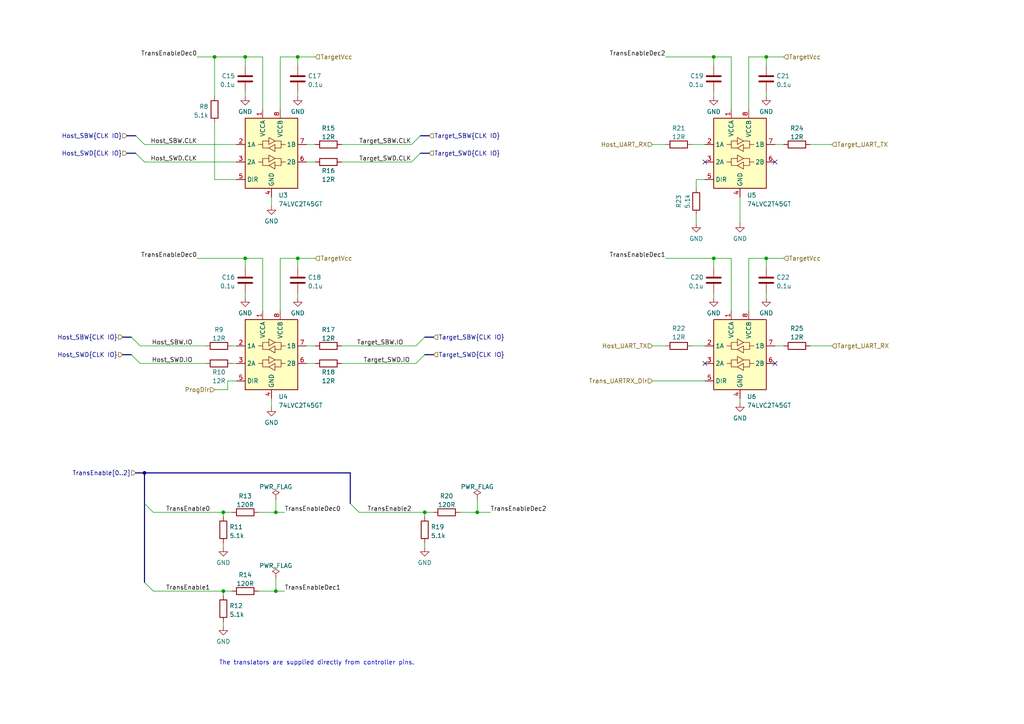
<source format=kicad_sch>
(kicad_sch (version 20211123) (generator eeschema)
  (paper "A4")
  (lib_symbols
    (symbol "Device:C" (pin_numbers hide) (pin_names (offset 0.254))
      (property "Reference" "C" (at 0.635 2.54 0))
      (property "Value" "C" (at 0.635 -2.54 0))
      (symbol "C_0_1"
        (polyline (pts (xy -2.032 -0.762) (xy 2.032 -0.762)) (stroke (width 0.508)))
        (polyline (pts (xy -2.032 0.762) (xy 2.032 0.762)) (stroke (width 0.508)))
      )
      (symbol "C_1_1"
        (pin passive line (at 0 3.81 270) (length 2.794) (name "~") (number "1"))
        (pin passive line (at 0 -3.81 90) (length 2.794) (name "~") (number "2"))
      )
    )
    (symbol "Device:R" (pin_numbers hide) (pin_names (offset 0))
      (property "Reference" "R" (at 2.032 0 90))
      (property "Value" "R" (at 0 0 90))
      (symbol "R_0_1"
        (rectangle (start -1.016 -2.54) (end 1.016 2.54) (stroke (width 0.254)))
      )
      (symbol "R_1_1"
        (pin passive line (at 0 3.81 270) (length 1.27) (name "~") (number "1"))
        (pin passive line (at 0 -3.81 90) (length 1.27) (name "~") (number "2"))
      )
    )
    (symbol "power:GND" (power) (pin_names (offset 0))
      (property "Value" "GND" (at 0 -3.81 0))
      (symbol "GND_0_1"
        (polyline (pts (xy 0 0) (xy 0 -1.27) (xy 1.27 -1.27) (xy 0 -2.54) (xy -1.27 -1.27) (xy 0 -1.27)))
      )
      (symbol "GND_1_1"
        (pin power_in line (at 0 0 270) (length 0) hide (name "GND") (number "1"))
      )
    )
    (symbol "power:PWR_FLAG" (power) (pin_numbers hide) (pin_names (offset 0) hide)
      (property "Value" "PWR_FLAG" (at 0 3.81 0))
      (symbol "PWR_FLAG_0_0"
        (pin power_out line (at 0 0 90) (length 0) (name "pwr") (number "1"))
      )
      (symbol "PWR_FLAG_0_1"
        (polyline (pts (xy 0 0) (xy 0 1.27) (xy -1.016 1.905) (xy 0 2.54) (xy 1.016 1.905) (xy 0 1.27)))
      )
    )
    (symbol "riotee:74LVC2T45GT"
      (property "Reference" "U" (at 6.35 -11.43 0))
      (property "Value" "74LVC2T45GT" (at 10.16 11.43 0))
      (symbol "74LVC2T45GT_1_1"
        (rectangle (start -7.62 10.16) (end 7.62 -10.16) (stroke (width 0.254)) (fill (type background)))
        (polyline (pts (xy -2.54 -2.54) (xy -2.54 -1.524) (xy -0.762 -1.524)))
        (polyline (pts (xy -2.54 2.54) (xy -2.54 3.556) (xy -0.762 3.556)))
        (polyline (pts (xy 2.794 -2.54) (xy 2.794 -3.556) (xy 1.016 -3.556)))
        (polyline (pts (xy 2.794 2.54) (xy 2.794 1.524) (xy 1.016 1.524)))
        (polyline (pts (xy -0.762 -3.556) (xy -2.54 -3.556) (xy -2.54 -2.54) (xy -3.81 -2.54)))
        (polyline (pts (xy -0.762 -2.54) (xy -0.762 -0.508) (xy 1.016 -1.524) (xy -0.762 -2.54)))
        (polyline (pts (xy -0.762 1.524) (xy -2.54 1.524) (xy -2.54 2.54) (xy -3.81 2.54)))
        (polyline (pts (xy -0.762 2.54) (xy -0.762 4.572) (xy 1.016 3.556) (xy -0.762 2.54)))
        (polyline (pts (xy 1.016 -1.524) (xy 2.794 -1.524) (xy 2.794 -2.54) (xy 4.064 -2.54)))
        (polyline (pts (xy 1.016 3.556) (xy 2.794 3.556) (xy 2.794 2.54) (xy 4.064 2.54)))
        (polyline (pts (xy 1.016 -2.54) (xy 1.016 -4.318) (xy 1.016 -4.572) (xy -0.762 -3.556) (xy 1.016 -2.54)))
        (polyline (pts (xy 1.016 2.54) (xy 1.016 0.762) (xy 1.016 0.508) (xy -0.762 1.524) (xy 1.016 2.54)))
        (pin power_in line (at -2.54 12.7 270) (length 2.54) (name "VCCA") (number "1"))
        (pin bidirectional line (at -10.16 2.54 0) (length 2.54) (name "1A") (number "2"))
        (pin bidirectional line (at -10.16 -2.54 0) (length 2.54) (name "2A") (number "3"))
        (pin power_in line (at 0 -12.7 90) (length 2.54) (name "GND") (number "4"))
        (pin input line (at -10.16 -7.62 0) (length 2.54) (name "DIR") (number "5"))
        (pin bidirectional line (at 10.16 -2.54 180) (length 2.54) (name "2B") (number "6"))
        (pin bidirectional line (at 10.16 2.54 180) (length 2.54) (name "1B") (number "7"))
        (pin power_in line (at 2.54 12.7 270) (length 2.54) (name "VCCB") (number "8"))
      )
    )
  )
  (junction (at 71.12 16.51))
  (junction (at 80.01 171.45))
  (junction (at 64.77 148.59))
  (junction (at 71.12 74.93))
  (junction (at 80.01 148.59))
  (junction (at 86.36 16.51))
  (junction (at 41.91 137.16))
  (junction (at 64.77 171.45))
  (junction (at 62.23 16.51))
  (junction (at 207.01 16.51))
  (junction (at 207.01 74.93))
  (junction (at 123.19 148.59))
  (junction (at 138.43 148.59))
  (junction (at 222.25 16.51))
  (junction (at 86.36 74.93))
  (junction (at 222.25 74.93))
  (no_connect (at 224.79 105.41))
  (no_connect (at 204.47 46.99))
  (no_connect (at 224.79 46.99))
  (no_connect (at 204.47 105.41))
  (bus_entry (at 39.37 44.45) (size 2.54 2.54))
  (bus_entry (at 38.1 102.87) (size 2.54 2.54))
  (bus_entry (at 121.92 39.37) (size -2.54 2.54))
  (bus_entry (at 39.37 39.37) (size 2.54 2.54))
  (bus_entry (at 123.19 97.79) (size -2.54 2.54))
  (bus_entry (at 101.6 146.05) (size 2.54 2.54))
  (bus_entry (at 41.91 168.91) (size 2.54 2.54))
  (bus_entry (at 123.19 102.87) (size -2.54 2.54))
  (bus_entry (at 41.91 146.05) (size 2.54 2.54))
  (bus_entry (at 38.1 97.79) (size 2.54 2.54))
  (bus_entry (at 121.92 44.45) (size -2.54 2.54))
  (wire (pts (xy 74.93 171.45) (xy 80.01 171.45)))
  (bus (pts (xy 124.46 44.45) (xy 121.92 44.45)))
  (wire (pts (xy 104.14 148.59) (xy 123.19 148.59)))
  (bus (pts (xy 41.91 146.05) (xy 41.91 168.91)))
  (wire (pts (xy 222.25 16.51) (xy 222.25 19.05)))
  (wire (pts (xy 62.23 35.56) (xy 62.23 52.07)))
  (wire (pts (xy 71.12 85.09) (xy 71.12 86.36)))
  (wire (pts (xy 193.04 16.51) (xy 207.01 16.51)))
  (wire (pts (xy 80.01 171.45) (xy 82.55 171.45)))
  (wire (pts (xy 200.66 41.91) (xy 204.47 41.91)))
  (wire (pts (xy 133.35 148.59) (xy 138.43 148.59)))
  (wire (pts (xy 76.2 16.51) (xy 76.2 31.75)))
  (wire (pts (xy 222.25 85.09) (xy 222.25 86.36)))
  (wire (pts (xy 71.12 74.93) (xy 71.12 77.47)))
  (wire (pts (xy 212.09 74.93) (xy 207.01 74.93)))
  (wire (pts (xy 57.15 74.93) (xy 71.12 74.93)))
  (wire (pts (xy 74.93 148.59) (xy 80.01 148.59)))
  (wire (pts (xy 71.12 16.51) (xy 71.12 19.05)))
  (wire (pts (xy 76.2 74.93) (xy 71.12 74.93)))
  (wire (pts (xy 224.79 100.33) (xy 227.33 100.33)))
  (bus (pts (xy 41.91 137.16) (xy 41.91 146.05)))
  (wire (pts (xy 138.43 144.78) (xy 138.43 148.59)))
  (wire (pts (xy 99.06 41.91) (xy 119.38 41.91)))
  (wire (pts (xy 67.31 100.33) (xy 68.58 100.33)))
  (wire (pts (xy 193.04 74.93) (xy 207.01 74.93)))
  (wire (pts (xy 88.9 46.99) (xy 91.44 46.99)))
  (wire (pts (xy 222.25 26.67) (xy 222.25 27.94)))
  (wire (pts (xy 86.36 85.09) (xy 86.36 86.36)))
  (wire (pts (xy 99.06 46.99) (xy 119.38 46.99)))
  (wire (pts (xy 64.77 171.45) (xy 64.77 172.72)))
  (wire (pts (xy 234.95 41.91) (xy 241.3 41.91)))
  (wire (pts (xy 67.31 148.59) (xy 64.77 148.59)))
  (wire (pts (xy 201.93 64.77) (xy 201.93 62.23)))
  (bus (pts (xy 124.46 39.37) (xy 121.92 39.37)))
  (wire (pts (xy 234.95 100.33) (xy 241.3 100.33)))
  (bus (pts (xy 101.6 137.16) (xy 101.6 146.05)))
  (wire (pts (xy 207.01 85.09) (xy 207.01 86.36)))
  (wire (pts (xy 66.04 110.49) (xy 68.58 110.49)))
  (wire (pts (xy 86.36 74.93) (xy 91.44 74.93)))
  (wire (pts (xy 138.43 148.59) (xy 142.24 148.59)))
  (wire (pts (xy 217.17 74.93) (xy 222.25 74.93)))
  (bus (pts (xy 36.83 39.37) (xy 39.37 39.37)))
  (wire (pts (xy 88.9 100.33) (xy 91.44 100.33)))
  (wire (pts (xy 76.2 74.93) (xy 76.2 90.17)))
  (wire (pts (xy 81.28 16.51) (xy 81.28 31.75)))
  (wire (pts (xy 44.45 148.59) (xy 64.77 148.59)))
  (wire (pts (xy 217.17 16.51) (xy 222.25 16.51)))
  (wire (pts (xy 222.25 74.93) (xy 222.25 77.47)))
  (wire (pts (xy 86.36 26.67) (xy 86.36 27.94)))
  (wire (pts (xy 207.01 26.67) (xy 207.01 27.94)))
  (wire (pts (xy 207.01 74.93) (xy 207.01 77.47)))
  (wire (pts (xy 99.06 105.41) (xy 120.65 105.41)))
  (wire (pts (xy 80.01 167.64) (xy 80.01 171.45)))
  (wire (pts (xy 62.23 16.51) (xy 62.23 27.94)))
  (wire (pts (xy 200.66 100.33) (xy 204.47 100.33)))
  (wire (pts (xy 189.23 110.49) (xy 204.47 110.49)))
  (wire (pts (xy 123.19 157.48) (xy 123.19 158.75)))
  (bus (pts (xy 35.56 102.87) (xy 38.1 102.87)))
  (wire (pts (xy 78.74 57.15) (xy 78.74 59.69)))
  (wire (pts (xy 214.63 57.15) (xy 214.63 64.77)))
  (wire (pts (xy 189.23 100.33) (xy 193.04 100.33)))
  (wire (pts (xy 66.04 113.03) (xy 66.04 110.49)))
  (wire (pts (xy 189.23 41.91) (xy 193.04 41.91)))
  (wire (pts (xy 76.2 16.51) (xy 71.12 16.51)))
  (wire (pts (xy 62.23 16.51) (xy 71.12 16.51)))
  (wire (pts (xy 212.09 16.51) (xy 212.09 31.75)))
  (wire (pts (xy 81.28 74.93) (xy 86.36 74.93)))
  (wire (pts (xy 214.63 115.57) (xy 214.63 116.84)))
  (wire (pts (xy 88.9 105.41) (xy 91.44 105.41)))
  (wire (pts (xy 88.9 41.91) (xy 91.44 41.91)))
  (wire (pts (xy 123.19 148.59) (xy 123.19 149.86)))
  (wire (pts (xy 86.36 16.51) (xy 91.44 16.51)))
  (wire (pts (xy 212.09 16.51) (xy 207.01 16.51)))
  (wire (pts (xy 62.23 113.03) (xy 66.04 113.03)))
  (wire (pts (xy 78.74 115.57) (xy 78.74 118.11)))
  (wire (pts (xy 86.36 16.51) (xy 86.36 19.05)))
  (wire (pts (xy 224.79 41.91) (xy 227.33 41.91)))
  (wire (pts (xy 125.73 148.59) (xy 123.19 148.59)))
  (wire (pts (xy 86.36 74.93) (xy 86.36 77.47)))
  (bus (pts (xy 125.73 102.87) (xy 123.19 102.87)))
  (wire (pts (xy 217.17 16.51) (xy 217.17 31.75)))
  (wire (pts (xy 80.01 144.78) (xy 80.01 148.59)))
  (wire (pts (xy 222.25 16.51) (xy 227.33 16.51)))
  (wire (pts (xy 80.01 148.59) (xy 82.55 148.59)))
  (wire (pts (xy 64.77 180.34) (xy 64.77 181.61)))
  (wire (pts (xy 40.64 105.41) (xy 59.69 105.41)))
  (wire (pts (xy 81.28 74.93) (xy 81.28 90.17)))
  (wire (pts (xy 67.31 105.41) (xy 68.58 105.41)))
  (wire (pts (xy 201.93 52.07) (xy 204.47 52.07)))
  (wire (pts (xy 57.15 16.51) (xy 62.23 16.51)))
  (wire (pts (xy 40.64 100.33) (xy 59.69 100.33)))
  (wire (pts (xy 64.77 148.59) (xy 64.77 149.86)))
  (bus (pts (xy 39.37 137.16) (xy 41.91 137.16)))
  (bus (pts (xy 36.83 44.45) (xy 39.37 44.45)))
  (wire (pts (xy 217.17 74.93) (xy 217.17 90.17)))
  (wire (pts (xy 207.01 16.51) (xy 207.01 19.05)))
  (wire (pts (xy 67.31 171.45) (xy 64.77 171.45)))
  (wire (pts (xy 222.25 74.93) (xy 227.33 74.93)))
  (wire (pts (xy 81.28 16.51) (xy 86.36 16.51)))
  (wire (pts (xy 62.23 52.07) (xy 68.58 52.07)))
  (wire (pts (xy 201.93 54.61) (xy 201.93 52.07)))
  (bus (pts (xy 35.56 97.79) (xy 38.1 97.79)))
  (wire (pts (xy 71.12 26.67) (xy 71.12 27.94)))
  (wire (pts (xy 212.09 74.93) (xy 212.09 90.17)))
  (wire (pts (xy 41.91 46.99) (xy 68.58 46.99)))
  (wire (pts (xy 44.45 171.45) (xy 64.77 171.45)))
  (wire (pts (xy 41.91 41.91) (xy 68.58 41.91)))
  (wire (pts (xy 99.06 100.33) (xy 120.65 100.33)))
  (bus (pts (xy 125.73 97.79) (xy 123.19 97.79)))
  (bus (pts (xy 41.91 137.16) (xy 101.6 137.16)))
  (wire (pts (xy 64.77 157.48) (xy 64.77 158.75)))
  (text "The translators are supplied directly from controller pins." (at 63.5 193.04 0) (effects (font (size 1.27 1.27)) (justify left bottom)))
  (label "TransEnableDec0" (at 57.15 16.51 180))
  (label "TransEnableDec0" (at 57.15 74.93 180))
  (label "TransEnable2" (at 119.38 148.59 180))
  (label "Host_SBW.CLK" (at 57.15 41.91 180))
  (label "Host_SWD.IO" (at 55.88 105.41 180))
  (label "Target_SWD.IO" (at 105.41 105.41 0))
  (label "TransEnableDec1" (at 193.04 74.93 180))
  (label "Target_SBW.CLK" (at 104.14 41.91 0))
  (label "TransEnable0" (at 60.96 148.59 180))
  (label "Target_SBW.IO" (at 103.505 100.33 0))
  (label "Host_SWD.CLK" (at 57.15 46.99 180))
  (label "TransEnableDec0" (at 82.55 148.59 0))
  (label "TransEnable1" (at 60.96 171.45 180))
  (label "TransEnableDec2" (at 193.04 16.51 180))
  (label "TransEnableDec2" (at 142.24 148.59 0))
  (label "Host_SBW.IO" (at 55.88 100.33 180))
  (label "Target_SWD.CLK" (at 104.14 46.99 0))
  (label "TransEnableDec1" (at 82.55 171.45 0))
  (hierarchical_label "Host_UART_RX" (shape input) (at 189.23 41.91 180))
  (hierarchical_label "ProgDir" (shape input) (at 62.23 113.03 180))
  (hierarchical_label "Target_SBW{CLK IO}" (shape input) (at 125.73 97.79 0))
  (hierarchical_label "Target_UART_RX" (shape input) (at 241.3 100.33 0))
  (hierarchical_label "Host_SWD{CLK IO}" (shape input) (at 36.83 44.45 180))
  (hierarchical_label "Trans_UARTRX_Dir" (shape input) (at 189.23 110.49 180))
  (hierarchical_label "TargetVcc" (shape input) (at 227.33 16.51 0))
  (hierarchical_label "TransEnable[0..2]" (shape input) (at 39.37 137.16 180))
  (hierarchical_label "TargetVcc" (shape input) (at 91.44 16.51 0))
  (hierarchical_label "Host_UART_TX" (shape input) (at 189.23 100.33 180))
  (hierarchical_label "Host_SWD{CLK IO}" (shape input) (at 35.56 102.87 180))
  (hierarchical_label "Host_SBW{CLK IO}" (shape input) (at 36.83 39.37 180))
  (hierarchical_label "TargetVcc" (shape input) (at 91.44 74.93 0))
  (hierarchical_label "Target_UART_TX" (shape input) (at 241.3 41.91 0))
  (hierarchical_label "Target_SBW{CLK IO}" (shape input) (at 124.46 39.37 0))
  (hierarchical_label "Target_SWD{CLK IO}" (shape input) (at 125.73 102.87 0))
  (hierarchical_label "TargetVcc" (shape input) (at 227.33 74.93 0))
  (hierarchical_label "Target_SWD{CLK IO}" (shape input) (at 124.46 44.45 0))
  (hierarchical_label "Host_SBW{CLK IO}" (shape input) (at 35.56 97.79 180))
  (symbol (lib_id "Device:R") (at 95.25 100.33 90) (unit 1)
    (property "Reference" "R17" (at 95.25 95.6142 90))
    (property "Value" "12R" (at 95.25 98.1511 90))
    (property "Footprint" "Resistor_SMD:R_0402_1005Metric" (effects hide))
  )
  (symbol (lib_id "riotee:74LVC2T45GT") (at 214.63 44.45 0) (unit 1)
    (property "Reference" "U5" (at 216.6494 56.6404 0) (effects (justify left)))
    (property "Value" "74LVC2T45GT" (at 216.6494 59.1773 0) (effects (justify left)))
    (property "Footprint" "riotee:NXP_SOT833-1" (effects hide))
    (property "Datasheet" "https://assets.nexperia.com/documents/data-sheet/74LVC_LVCH2T45.pdf" (effects hide))
  )
  (symbol (lib_id "Device:R") (at 196.85 100.33 90) (unit 1)
    (property "Reference" "R22" (at 196.85 95.2531 90))
    (property "Value" "12R" (at 196.85 97.79 90))
    (property "Footprint" "Resistor_SMD:R_0402_1005Metric" (effects hide))
  )
  (symbol (lib_id "riotee:74LVC2T45GT") (at 78.74 44.45 0) (unit 1)
    (property "Reference" "U3" (at 80.7594 56.6404 0) (effects (justify left)))
    (property "Value" "74LVC2T45GT" (at 80.7594 59.1773 0) (effects (justify left)))
    (property "Footprint" "riotee:NXP_SOT833-1" (effects hide))
    (property "Datasheet" "https://assets.nexperia.com/documents/data-sheet/74LVC_LVCH2T45.pdf" (effects hide))
  )
  (symbol (lib_id "Device:R") (at 63.5 100.33 90) (unit 1)
    (property "Reference" "R9" (at 63.5 95.6142 90))
    (property "Value" "12R" (at 63.5 98.1511 90))
    (property "Footprint" "Resistor_SMD:R_0402_1005Metric" (effects hide))
  )
  (symbol (lib_id "Device:R") (at 64.77 176.53 0) (unit 1)
    (property "Reference" "R12" (at 66.548 175.6953 0) (effects (justify left)))
    (property "Value" "5.1k" (at 66.548 178.2322 0) (effects (justify left)))
    (property "Footprint" "Resistor_SMD:R_0402_1005Metric" (effects hide))
  )
  (symbol (lib_id "Device:C") (at 207.01 81.28 0) (mirror x) (unit 1)
    (property "Reference" "C20" (at 204.0891 80.4453 0) (effects (justify right)))
    (property "Value" "0.1u" (at 204.0891 82.9822 0) (effects (justify right)))
    (property "Footprint" "Capacitor_SMD:C_0402_1005Metric" (effects hide))
  )
  (symbol (lib_id "Device:C") (at 86.36 81.28 0) (unit 1)
    (property "Reference" "C18" (at 89.281 80.4453 0) (effects (justify left)))
    (property "Value" "0.1u" (at 89.281 82.9822 0) (effects (justify left)))
    (property "Footprint" "Capacitor_SMD:C_0402_1005Metric" (effects hide))
  )
  (symbol (lib_id "power:GND") (at 71.12 86.36 0) (unit 1)
    (property "Reference" "#PWR018" (effects hide))
    (property "Value" "GND" (at 71.12 90.8034 0))
  )
  (symbol (lib_id "Device:C") (at 86.36 22.86 0) (unit 1)
    (property "Reference" "C17" (at 89.281 22.0253 0) (effects (justify left)))
    (property "Value" "0.1u" (at 89.281 24.5622 0) (effects (justify left)))
    (property "Footprint" "Capacitor_SMD:C_0402_1005Metric" (effects hide))
  )
  (symbol (lib_id "Device:R") (at 201.93 58.42 180) (unit 1)
    (property "Reference" "R23" (at 196.8531 58.42 90))
    (property "Value" "5.1k" (at 199.39 58.42 90))
    (property "Footprint" "Resistor_SMD:R_0402_1005Metric" (effects hide))
  )
  (symbol (lib_id "power:PWR_FLAG") (at 80.01 167.64 0) (unit 1)
    (property "Reference" "#FLG02" (effects hide))
    (property "Value" "PWR_FLAG" (at 80.01 164.0642 0))
  )
  (symbol (lib_id "Device:R") (at 95.25 41.91 90) (unit 1)
    (property "Reference" "R15" (at 95.25 37.1942 90))
    (property "Value" "12R" (at 95.25 39.7311 90))
    (property "Footprint" "Resistor_SMD:R_0402_1005Metric" (effects hide))
  )
  (symbol (lib_id "Device:R") (at 64.77 153.67 0) (unit 1)
    (property "Reference" "R11" (at 66.548 152.8353 0) (effects (justify left)))
    (property "Value" "5.1k" (at 66.548 155.3722 0) (effects (justify left)))
    (property "Footprint" "Resistor_SMD:R_0402_1005Metric" (effects hide))
  )
  (symbol (lib_id "Device:R") (at 95.25 105.41 90) (unit 1)
    (property "Reference" "R18" (at 95.25 107.95 90))
    (property "Value" "12R" (at 95.25 110.4869 90))
    (property "Footprint" "Resistor_SMD:R_0402_1005Metric" (effects hide))
  )
  (symbol (lib_id "Device:C") (at 222.25 22.86 0) (unit 1)
    (property "Reference" "C21" (at 225.171 22.0253 0) (effects (justify left)))
    (property "Value" "0.1u" (at 225.171 24.5622 0) (effects (justify left)))
    (property "Footprint" "Capacitor_SMD:C_0402_1005Metric" (effects hide))
  )
  (symbol (lib_id "Device:R") (at 123.19 153.67 0) (unit 1)
    (property "Reference" "R19" (at 124.968 152.8353 0) (effects (justify left)))
    (property "Value" "5.1k" (at 124.968 155.3722 0) (effects (justify left)))
    (property "Footprint" "Resistor_SMD:R_0402_1005Metric" (effects hide))
  )
  (symbol (lib_id "Device:C") (at 207.01 22.86 0) (mirror x) (unit 1)
    (property "Reference" "C19" (at 204.0891 22.0253 0) (effects (justify right)))
    (property "Value" "0.1u" (at 204.0891 24.5622 0) (effects (justify right)))
    (property "Footprint" "Capacitor_SMD:C_0402_1005Metric" (effects hide))
  )
  (symbol (lib_id "power:GND") (at 201.93 64.77 0) (unit 1)
    (property "Reference" "#PWR024" (effects hide))
    (property "Value" "GND" (at 201.93 69.2134 0))
  )
  (symbol (lib_id "power:GND") (at 86.36 86.36 0) (unit 1)
    (property "Reference" "#PWR022" (effects hide))
    (property "Value" "GND" (at 86.36 90.8034 0))
  )
  (symbol (lib_id "power:GND") (at 64.77 181.61 0) (unit 1)
    (property "Reference" "#PWR016" (effects hide))
    (property "Value" "GND" (at 64.77 186.0534 0))
  )
  (symbol (lib_id "power:PWR_FLAG") (at 138.43 144.78 0) (unit 1)
    (property "Reference" "#FLG03" (effects hide))
    (property "Value" "PWR_FLAG" (at 138.43 141.2042 0))
  )
  (symbol (lib_id "Device:R") (at 71.12 171.45 90) (unit 1)
    (property "Reference" "R14" (at 71.12 166.7342 90))
    (property "Value" "120R" (at 71.12 169.2711 90))
    (property "Footprint" "Resistor_SMD:R_0402_1005Metric" (effects hide))
  )
  (symbol (lib_id "Device:R") (at 62.23 31.75 0) (mirror x) (unit 1)
    (property "Reference" "R8" (at 60.4521 30.9153 0) (effects (justify right)))
    (property "Value" "5.1k" (at 60.4521 33.4522 0) (effects (justify right)))
    (property "Footprint" "Resistor_SMD:R_0402_1005Metric" (effects hide))
  )
  (symbol (lib_id "power:GND") (at 222.25 27.94 0) (unit 1)
    (property "Reference" "#PWR029" (effects hide))
    (property "Value" "GND" (at 222.25 32.3834 0))
  )
  (symbol (lib_id "Device:R") (at 231.14 100.33 90) (unit 1)
    (property "Reference" "R25" (at 231.14 95.2531 90))
    (property "Value" "12R" (at 231.14 97.79 90))
    (property "Footprint" "Resistor_SMD:R_0402_1005Metric" (effects hide))
  )
  (symbol (lib_id "power:GND") (at 78.74 118.11 0) (unit 1)
    (property "Reference" "#PWR020" (effects hide))
    (property "Value" "GND" (at 78.74 122.5534 0))
  )
  (symbol (lib_id "Device:C") (at 222.25 81.28 0) (unit 1)
    (property "Reference" "C22" (at 225.171 80.4453 0) (effects (justify left)))
    (property "Value" "0.1u" (at 225.171 82.9822 0) (effects (justify left)))
    (property "Footprint" "Capacitor_SMD:C_0402_1005Metric" (effects hide))
  )
  (symbol (lib_id "power:GND") (at 64.77 158.75 0) (unit 1)
    (property "Reference" "#PWR015" (effects hide))
    (property "Value" "GND" (at 64.77 163.1934 0))
  )
  (symbol (lib_id "Device:R") (at 129.54 148.59 90) (unit 1)
    (property "Reference" "R20" (at 129.54 143.8742 90))
    (property "Value" "120R" (at 129.54 146.4111 90))
    (property "Footprint" "Resistor_SMD:R_0402_1005Metric" (effects hide))
  )
  (symbol (lib_id "power:GND") (at 123.19 158.75 0) (unit 1)
    (property "Reference" "#PWR023" (effects hide))
    (property "Value" "GND" (at 123.19 163.1934 0))
  )
  (symbol (lib_id "Device:R") (at 196.85 41.91 90) (unit 1)
    (property "Reference" "R21" (at 196.85 37.1942 90))
    (property "Value" "12R" (at 196.85 39.7311 90))
    (property "Footprint" "Resistor_SMD:R_0402_1005Metric" (effects hide))
  )
  (symbol (lib_id "riotee:74LVC2T45GT") (at 78.74 102.87 0) (unit 1)
    (property "Reference" "U4" (at 80.7594 115.0604 0) (effects (justify left)))
    (property "Value" "74LVC2T45GT" (at 80.7594 117.5973 0) (effects (justify left)))
    (property "Footprint" "riotee:NXP_SOT833-1" (effects hide))
    (property "Datasheet" "https://assets.nexperia.com/documents/data-sheet/74LVC_LVCH2T45.pdf" (effects hide))
  )
  (symbol (lib_id "power:GND") (at 207.01 86.36 0) (unit 1)
    (property "Reference" "#PWR026" (effects hide))
    (property "Value" "GND" (at 207.01 90.8034 0))
  )
  (symbol (lib_id "Device:R") (at 71.12 148.59 90) (unit 1)
    (property "Reference" "R13" (at 71.12 143.8742 90))
    (property "Value" "120R" (at 71.12 146.4111 90))
    (property "Footprint" "Resistor_SMD:R_0402_1005Metric" (effects hide))
  )
  (symbol (lib_id "power:GND") (at 214.63 116.84 0) (unit 1)
    (property "Reference" "#PWR028" (effects hide))
    (property "Value" "GND" (at 214.63 121.2834 0))
  )
  (symbol (lib_id "riotee:74LVC2T45GT") (at 214.63 102.87 0) (unit 1)
    (property "Reference" "U6" (at 216.6494 115.0604 0) (effects (justify left)))
    (property "Value" "74LVC2T45GT" (at 216.6494 117.5973 0) (effects (justify left)))
    (property "Footprint" "riotee:NXP_SOT833-1" (effects hide))
    (property "Datasheet" "https://assets.nexperia.com/documents/data-sheet/74LVC_LVCH2T45.pdf" (effects hide))
  )
  (symbol (lib_id "power:GND") (at 71.12 27.94 0) (unit 1)
    (property "Reference" "#PWR017" (effects hide))
    (property "Value" "GND" (at 71.12 32.3834 0))
  )
  (symbol (lib_id "Device:C") (at 71.12 22.86 0) (mirror x) (unit 1)
    (property "Reference" "C15" (at 68.1991 22.0253 0) (effects (justify right)))
    (property "Value" "0.1u" (at 68.1991 24.5622 0) (effects (justify right)))
    (property "Footprint" "Capacitor_SMD:C_0402_1005Metric" (effects hide))
  )
  (symbol (lib_id "Device:R") (at 231.14 41.91 90) (unit 1)
    (property "Reference" "R24" (at 231.14 37.1942 90))
    (property "Value" "12R" (at 231.14 39.7311 90))
    (property "Footprint" "Resistor_SMD:R_0402_1005Metric" (effects hide))
  )
  (symbol (lib_id "power:GND") (at 207.01 27.94 0) (unit 1)
    (property "Reference" "#PWR025" (effects hide))
    (property "Value" "GND" (at 207.01 32.3834 0))
  )
  (symbol (lib_id "power:GND") (at 222.25 86.36 0) (unit 1)
    (property "Reference" "#PWR030" (effects hide))
    (property "Value" "GND" (at 222.25 90.8034 0))
  )
  (symbol (lib_id "Device:R") (at 95.25 46.99 90) (unit 1)
    (property "Reference" "R16" (at 95.25 49.53 90))
    (property "Value" "12R" (at 95.25 52.0669 90))
    (property "Footprint" "Resistor_SMD:R_0402_1005Metric" (effects hide))
  )
  (symbol (lib_id "Device:C") (at 71.12 81.28 0) (mirror x) (unit 1)
    (property "Reference" "C16" (at 68.1991 80.4453 0) (effects (justify right)))
    (property "Value" "0.1u" (at 68.1991 82.9822 0) (effects (justify right)))
    (property "Footprint" "Capacitor_SMD:C_0402_1005Metric" (effects hide))
  )
  (symbol (lib_id "power:GND") (at 214.63 64.77 0) (unit 1)
    (property "Reference" "#PWR027" (effects hide))
    (property "Value" "GND" (at 214.63 69.2134 0))
  )
  (symbol (lib_id "power:GND") (at 78.74 59.69 0) (unit 1)
    (property "Reference" "#PWR019" (effects hide))
    (property "Value" "GND" (at 78.74 64.1334 0))
  )
  (symbol (lib_id "power:PWR_FLAG") (at 80.01 144.78 0) (unit 1)
    (property "Reference" "#FLG01" (effects hide))
    (property "Value" "PWR_FLAG" (at 80.01 141.2042 0))
  )
  (symbol (lib_id "power:GND") (at 86.36 27.94 0) (unit 1)
    (property "Reference" "#PWR021" (effects hide))
    (property "Value" "GND" (at 86.36 32.3834 0))
  )
  (symbol (lib_id "Device:R") (at 63.5 105.41 90) (unit 1)
    (property "Reference" "R10" (at 63.5 107.95 90))
    (property "Value" "12R" (at 63.5 110.4869 90))
    (property "Footprint" "Resistor_SMD:R_0402_1005Metric" (effects hide))
  )
)
</source>
